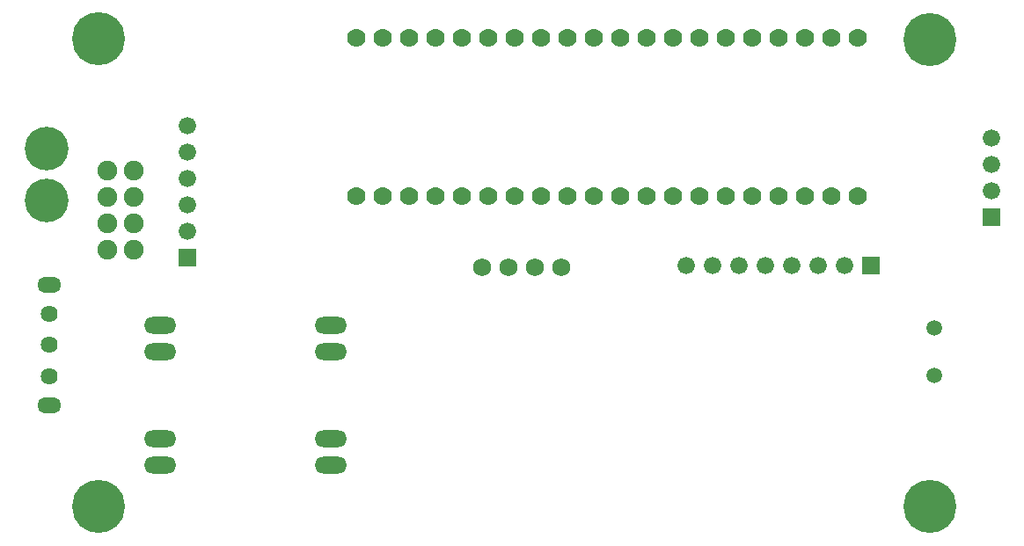
<source format=gbs>
G04 EasyEDA Pro v1.9.28, 2023-09-17 19:19:00*
G04 Gerber Generator version 0.3*G04*
G04 #@! TF.GenerationSoftware,Altium Limited,Altium Designer,20.0.13 (296)*
G04*
G04 Layer_Color=16711935*
%FSLAX25Y25*%
%MOIN*%
G70*
G01*
G75*
%ADD20C,0.07487*%
%ADD21C,0.07000*%
%ADD22C,0.06400*%
%ADD23O,0.09061X0.05912*%
%ADD24C,0.06600*%
%ADD25R,0.06600X0.06600*%
%ADD26R,0.06600X0.06600*%
%ADD27C,0.06896*%
%ADD28O,0.12211X0.06400*%
%ADD29C,0.05918*%
%ADD30C,0.16548*%
%ADD31C,0.20085*%
%ADD32C,0.02762*%
D20*
X42500Y147000D02*
D03*
X52500D02*
D03*
X42500Y137000D02*
D03*
X52500D02*
D03*
X42500Y127000D02*
D03*
X52500D02*
D03*
X42500Y117000D02*
D03*
X52510Y117010D02*
D03*
D21*
X137000Y197500D02*
D03*
X147000D02*
D03*
X157000D02*
D03*
X167000D02*
D03*
X177000D02*
D03*
X187000D02*
D03*
X197000D02*
D03*
X207000D02*
D03*
X217000D02*
D03*
X227000D02*
D03*
X237000D02*
D03*
X247000D02*
D03*
X257000D02*
D03*
X267000D02*
D03*
X277000D02*
D03*
X287000D02*
D03*
X297000D02*
D03*
X307000D02*
D03*
X317000D02*
D03*
X327000D02*
D03*
X327000Y137500D02*
D03*
X317000D02*
D03*
X307000D02*
D03*
X297000D02*
D03*
X287000D02*
D03*
X277000D02*
D03*
X267000D02*
D03*
X257000D02*
D03*
X247000D02*
D03*
X237000D02*
D03*
X227000D02*
D03*
X217000D02*
D03*
X207000D02*
D03*
X197000D02*
D03*
X187000D02*
D03*
X177000D02*
D03*
X167000D02*
D03*
X157000D02*
D03*
X147000D02*
D03*
X137000Y137500D02*
D03*
D22*
X20500Y69189D02*
D03*
Y81000D02*
D03*
Y92811D02*
D03*
D23*
Y103835D02*
D03*
Y58165D02*
D03*
D24*
X262000Y111000D02*
D03*
X272000D02*
D03*
X282000D02*
D03*
X292000D02*
D03*
X302000D02*
D03*
X312000D02*
D03*
X322000D02*
D03*
X73000Y164000D02*
D03*
Y154000D02*
D03*
Y144000D02*
D03*
Y134000D02*
D03*
Y124000D02*
D03*
X377500Y139500D02*
D03*
Y149500D02*
D03*
Y159500D02*
D03*
D25*
X332000Y111000D02*
D03*
D26*
X73000Y114000D02*
D03*
X377500Y129500D02*
D03*
D27*
X214500Y110500D02*
D03*
X204500D02*
D03*
X194500D02*
D03*
X184500Y110490D02*
D03*
D28*
X127234Y45499D02*
D03*
Y78492D02*
D03*
X62500Y45500D02*
D03*
X62588Y78492D02*
D03*
X127234Y35500D02*
D03*
X127234Y88492D02*
D03*
X62588Y35500D02*
D03*
Y88492D02*
D03*
D29*
X356000Y87217D02*
D03*
Y69500D02*
D03*
D30*
X19501Y135659D02*
D03*
Y155344D02*
D03*
D31*
X39370Y19713D02*
D03*
X354331Y19685D02*
D03*
Y196850D02*
D03*
X39370Y196878D02*
D03*
D32*
Y27587D02*
D03*
X33819Y25264D02*
D03*
X31496Y19713D02*
D03*
X33819Y14162D02*
D03*
X39370Y11839D02*
D03*
X44921Y14162D02*
D03*
X47244Y19713D02*
D03*
X44921Y25264D02*
D03*
X354331Y27559D02*
D03*
X348780Y25236D02*
D03*
X346457Y19685D02*
D03*
X348780Y14134D02*
D03*
X354331Y11811D02*
D03*
X359882Y14134D02*
D03*
X362205Y19685D02*
D03*
X359882Y25236D02*
D03*
X354331Y204724D02*
D03*
X348780Y202401D02*
D03*
X346457Y196850D02*
D03*
X348780Y191299D02*
D03*
X354331Y188976D02*
D03*
X359882Y191299D02*
D03*
X362205Y196850D02*
D03*
X359882Y202401D02*
D03*
X39370Y204752D02*
D03*
X33819Y202429D02*
D03*
X31496Y196878D02*
D03*
X33819Y191327D02*
D03*
X39370Y189004D02*
D03*
X44921Y191327D02*
D03*
X47244Y196878D02*
D03*
X44921Y202429D02*
D03*
M02*

</source>
